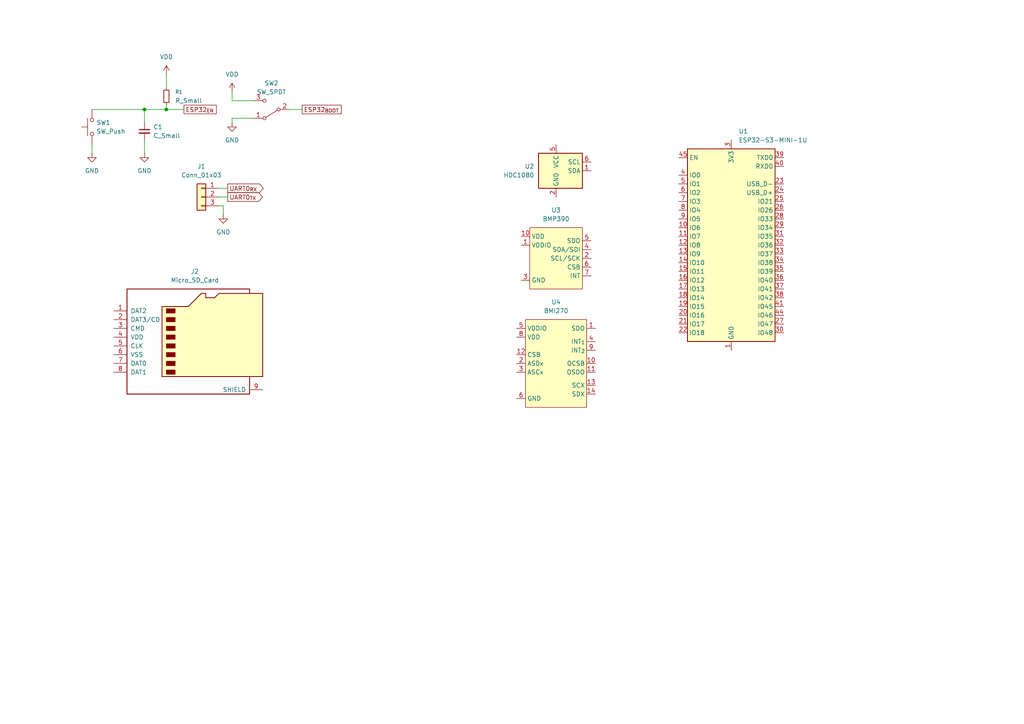
<source format=kicad_sch>
(kicad_sch (version 20250114) (generator "eeschema") (generator_version "9.0")
  (paper "A4")
  (lib_symbols
    (symbol "CompVuelo:BMI270"
      (property "Reference" "U" (at -4.572 8.128 0))
      (property "Value" "BMI270" (at 0 0 0))
      (symbol "BMI270_1_1"
        (rectangle (start -5.08 6.35) (end 12.7 -19.05) (fill (type background)))
        (pin input line (at -7.62 3.81 0) (length 2.54) (name "VDDIO") (number "5"))
        (pin input line (at -7.62 1.27 0) (length 2.54) (name "VDD") (number "8"))
        (pin input line (at -7.62 -3.81 0) (length 2.54) (name "CSB") (number "12"))
        (pin input line (at -7.62 -6.35 0) (length 2.54) (name "ASDx") (number "2"))
        (pin input line (at -7.62 -8.89 0) (length 2.54) (name "ASCx") (number "3"))
        (pin input line (at -7.62 -16.51 0) (length 2.54) (name "GND") (number "6"))
        (pin input line (at 15.24 3.81 180) (length 2.54) (name "SDO") (number "1"))
        (pin input line (at 15.24 0 180) (length 2.54) (name "INT_{1}") (number "4"))
        (pin input line (at 15.24 -2.54 180) (length 2.54) (name "INT_{2}") (number "9"))
        (pin input line (at 15.24 -6.35 180) (length 2.54) (name "OCSB") (number "10"))
        (pin input line (at 15.24 -8.89 180) (length 2.54) (name "OSDO") (number "11"))
        (pin input line (at 15.24 -12.7 180) (length 2.54) (name "SCX") (number "13"))
        (pin input line (at 15.24 -15.24 180) (length 2.54) (name "SDX") (number "14"))
      )
    )
    (symbol "CompVuelo:BMP390"
      (property "Reference" "U" (at 0 12.192 0))
      (property "Value" "BMP390" (at 0 10.16 0))
      (symbol "BMP390_1_1"
        (rectangle (start -7.62 8.89) (end 7.62 -8.89) (fill (type background)))
        (pin input line (at -10.16 6.35 0) (length 2.54) (name "VDD") (number "10"))
        (pin input line (at -10.16 3.81 0) (length 2.54) (name "VDDIO") (number "1"))
        (pin input line (at -10.16 -6.35 0) (length 2.54) (name "GND") (number "3"))
        (pin input line (at 10.16 5.08 180) (length 2.54) (name "SDO") (number "5"))
        (pin input line (at 10.16 2.54 180) (length 2.54) (name "SDA/SDI") (number "4"))
        (pin input line (at 10.16 0 180) (length 2.54) (name "SCL/SCK") (number "2"))
        (pin input line (at 10.16 -2.54 180) (length 2.54) (name "CSB") (number "6"))
        (pin input line (at 10.16 -5.08 180) (length 2.54) (name "INT") (number "7"))
      )
    )
    (symbol "CompVuelo:SW_Push" (pin_numbers (hide yes)) (pin_names (offset 1.016) (hide yes))
      (property "Reference" "SW" (at 1.27 2.54 0))
      (property "Value" "SW_Push" (at 0 -1.524 0))
      (symbol "SW_Push_0_1"
        (circle (center -2.032 0) (radius 0.508))
        (polyline (pts (xy 0 1.27) (xy 0 3.048)))
        (circle (center 2.032 0) (radius 0.508))
        (polyline (pts (xy 2.54 1.27) (xy -2.54 1.27)))
        (pin passive line (at -5.08 0 0) (length 2.54) (name "1") (number "1"))
        (pin passive line (at 5.08 0 180) (length 2.54) (name "2") (number "2"))
      )
    )
    (symbol "CompVuelo:SW_SPDT"
      (property "Reference" "SW" (at 0 1.778 0))
      (property "Value" "SW_SPDT" (at 0 0 0))
      (symbol "SW_SPDT_0_1"
        (circle (center -2.032 -5.08) (radius 0.4572))
        (polyline (pts (xy -1.651 -4.826) (xy 1.651 -2.794)))
        (circle (center 2.032 -2.54) (radius 0.4572))
        (circle (center 2.032 -7.62) (radius 0.4572))
      )
      (symbol "SW_SPDT_1_1"
        (pin passive line (at -5.08 -5.08 0) (length 2.54) (name "") (number "2"))
        (pin passive line (at 5.08 -2.54 180) (length 2.54) (name "") (number "1"))
        (pin passive line (at 5.08 -7.62 180) (length 2.54) (name "") (number "3"))
      )
    )
    (symbol "Connector:Micro_SD_Card" (pin_names (offset 1.016))
      (property "Reference" "J" (at -16.51 15.24 0))
      (property "Value" "Micro_SD_Card" (at 16.51 15.24 0))
      (symbol "Micro_SD_Card_0_1"
        (polyline (pts (xy -8.89 -11.43) (xy -8.89 8.89) (xy -1.27 8.89) (xy 2.54 12.7) (xy 3.81 12.7) (xy 3.81 11.43) (xy 6.35 11.43) (xy 7.62 12.7) (xy 20.32 12.7) (xy 20.32 -11.43) (xy -8.89 -11.43)) (stroke (width 0.254)) (fill (type background)))
        (rectangle (start -7.62 8.255) (end -5.08 6.985) (fill (type outline)))
        (rectangle (start -7.62 5.715) (end -5.08 4.445) (fill (type outline)))
        (rectangle (start -7.62 3.175) (end -5.08 1.905) (fill (type outline)))
        (rectangle (start -7.62 0.635) (end -5.08 -0.635) (fill (type outline)))
        (rectangle (start -7.62 -1.905) (end -5.08 -3.175) (fill (type outline)))
        (rectangle (start -7.62 -4.445) (end -5.08 -5.715) (fill (type outline)))
        (rectangle (start -7.62 -6.985) (end -5.08 -8.255) (fill (type outline)))
        (rectangle (start -7.62 -9.525) (end -5.08 -10.795) (fill (type outline)))
        (polyline (pts (xy 16.51 12.7) (xy 16.51 13.97) (xy -19.05 13.97) (xy -19.05 -16.51) (xy 16.51 -16.51) (xy 16.51 -11.43)) (stroke (width 0.254)))
      )
      (symbol "Micro_SD_Card_1_1"
        (pin bidirectional line (at -22.86 7.62 0) (length 3.81) (name "DAT2") (number "1"))
        (pin bidirectional line (at -22.86 5.08 0) (length 3.81) (name "DAT3/CD") (number "2"))
        (pin input line (at -22.86 2.54 0) (length 3.81) (name "CMD") (number "3"))
        (pin power_in line (at -22.86 0 0) (length 3.81) (name "VDD") (number "4"))
        (pin input line (at -22.86 -2.54 0) (length 3.81) (name "CLK") (number "5"))
        (pin power_in line (at -22.86 -5.08 0) (length 3.81) (name "VSS") (number "6"))
        (pin bidirectional line (at -22.86 -7.62 0) (length 3.81) (name "DAT0") (number "7"))
        (pin bidirectional line (at -22.86 -10.16 0) (length 3.81) (name "DAT1") (number "8"))
        (pin passive line (at 20.32 -15.24 180) (length 3.81) (name "SHIELD") (number "9"))
      )
    )
    (symbol "Connector_Generic:Conn_01x03" (pin_names (offset 1.016) (hide yes))
      (property "Reference" "J" (at 0 5.08 0))
      (property "Value" "Conn_01x03" (at 0 -5.08 0))
      (symbol "Conn_01x03_1_1"
        (rectangle (start -1.27 3.81) (end 1.27 -3.81) (stroke (width 0.254)) (fill (type background)))
        (rectangle (start -1.27 2.667) (end 0 2.413) (stroke (width 0.1524)))
        (rectangle (start -1.27 0.127) (end 0 -0.127) (stroke (width 0.1524)))
        (rectangle (start -1.27 -2.413) (end 0 -2.667) (stroke (width 0.1524)))
        (pin passive line (at -5.08 2.54 0) (length 3.81) (name "Pin_1") (number "1"))
        (pin passive line (at -5.08 0 0) (length 3.81) (name "Pin_2") (number "2"))
        (pin passive line (at -5.08 -2.54 0) (length 3.81) (name "Pin_3") (number "3"))
      )
    )
    (symbol "Device:C_Small" (pin_numbers (hide yes)) (pin_names (offset 0.254) (hide yes))
      (property "Reference" "C" (at 0.254 1.778 0))
      (property "Value" "C_Small" (at 0.254 -2.032 0))
      (symbol "C_Small_0_1"
        (polyline (pts (xy -1.524 0.508) (xy 1.524 0.508)) (stroke (width 0.3048)))
        (polyline (pts (xy -1.524 -0.508) (xy 1.524 -0.508)) (stroke (width 0.3302)))
      )
      (symbol "C_Small_1_1"
        (pin passive line (at 0 2.54 270) (length 2.032) (name "~") (number "1"))
        (pin passive line (at 0 -2.54 90) (length 2.032) (name "~") (number "2"))
      )
    )
    (symbol "Device:R_Small" (pin_numbers (hide yes)) (pin_names (offset 0.254) (hide yes))
      (property "Reference" "R" (at 0 0 90))
      (property "Value" "R_Small" (at 1.778 0 90))
      (symbol "R_Small_0_1"
        (rectangle (start -0.762 1.778) (end 0.762 -1.778) (stroke (width 0.2032)))
      )
      (symbol "R_Small_1_1"
        (pin passive line (at 0 2.54 270) (length 0.762) (name "~") (number "1"))
        (pin passive line (at 0 -2.54 90) (length 0.762) (name "~") (number "2"))
      )
    )
    (symbol "RF_Module:ESP32-S3-MINI-1U"
      (property "Reference" "U" (at -11.43 29.21 0))
      (property "Value" "ESP32-S3-MINI-1U" (at 12.7 29.21 0))
      (symbol "ESP32-S3-MINI-1U_0_1"
        (rectangle (start -12.7 27.94) (end 12.7 -27.94) (stroke (width 0.254)) (fill (type background)))
      )
      (symbol "ESP32-S3-MINI-1U_1_1"
        (pin input line (at -15.24 25.4 0) (length 2.54) (name "EN") (number "45"))
        (pin bidirectional line (at -15.24 20.32 0) (length 2.54) (name "IO0") (number "4"))
        (pin bidirectional line (at -15.24 17.78 0) (length 2.54) (name "IO1") (number "5"))
        (pin bidirectional line (at -15.24 15.24 0) (length 2.54) (name "IO2") (number "6"))
        (pin bidirectional line (at -15.24 12.7 0) (length 2.54) (name "IO3") (number "7"))
        (pin bidirectional line (at -15.24 10.16 0) (length 2.54) (name "IO4") (number "8"))
        (pin bidirectional line (at -15.24 7.62 0) (length 2.54) (name "IO5") (number "9"))
        (pin bidirectional line (at -15.24 5.08 0) (length 2.54) (name "IO6") (number "10"))
        (pin bidirectional line (at -15.24 2.54 0) (length 2.54) (name "IO7") (number "11"))
        (pin bidirectional line (at -15.24 0 0) (length 2.54) (name "IO8") (number "12"))
        (pin bidirectional line (at -15.24 -2.54 0) (length 2.54) (name "IO9") (number "13"))
        (pin bidirectional line (at -15.24 -5.08 0) (length 2.54) (name "IO10") (number "14"))
        (pin bidirectional line (at -15.24 -7.62 0) (length 2.54) (name "IO11") (number "15"))
        (pin bidirectional line (at -15.24 -10.16 0) (length 2.54) (name "IO12") (number "16"))
        (pin bidirectional line (at -15.24 -12.7 0) (length 2.54) (name "IO13") (number "17"))
        (pin bidirectional line (at -15.24 -15.24 0) (length 2.54) (name "IO14") (number "18"))
        (pin bidirectional line (at -15.24 -17.78 0) (length 2.54) (name "IO15") (number "19"))
        (pin bidirectional line (at -15.24 -20.32 0) (length 2.54) (name "IO16") (number "20"))
        (pin bidirectional line (at -15.24 -22.86 0) (length 2.54) (name "IO17") (number "21"))
        (pin bidirectional line (at -15.24 -25.4 0) (length 2.54) (name "IO18") (number "22"))
        (pin power_in line (at 0 30.48 270) (length 2.54) (name "3V3") (number "3"))
        (pin power_in line (at 0 -30.48 90) (length 2.54) (name "GND") (number "1"))
        (pin passive line (at 0 -30.48 90) (length 2.54) (hide yes) (name "GND") (number "2"))
        (pin passive line (at 0 -30.48 90) (length 2.54) (hide yes) (name "GND") (number "42"))
        (pin passive line (at 0 -30.48 90) (length 2.54) (hide yes) (name "GND") (number "43"))
        (pin passive line (at 0 -30.48 90) (length 2.54) (hide yes) (name "GND") (number "46"))
        (pin passive line (at 0 -30.48 90) (length 2.54) (hide yes) (name "GND") (number "47"))
        (pin passive line (at 0 -30.48 90) (length 2.54) (hide yes) (name "GND") (number "48"))
        (pin passive line (at 0 -30.48 90) (length 2.54) (hide yes) (name "GND") (number "49"))
        (pin passive line (at 0 -30.48 90) (length 2.54) (hide yes) (name "GND") (number "50"))
        (pin passive line (at 0 -30.48 90) (length 2.54) (hide yes) (name "GND") (number "51"))
        (pin passive line (at 0 -30.48 90) (length 2.54) (hide yes) (name "GND") (number "52"))
        (pin passive line (at 0 -30.48 90) (length 2.54) (hide yes) (name "GND") (number "53"))
        (pin passive line (at 0 -30.48 90) (length 2.54) (hide yes) (name "GND") (number "54"))
        (pin passive line (at 0 -30.48 90) (length 2.54) (hide yes) (name "GND") (number "55"))
        (pin passive line (at 0 -30.48 90) (length 2.54) (hide yes) (name "GND") (number "56"))
        (pin passive line (at 0 -30.48 90) (length 2.54) (hide yes) (name "GND") (number "57"))
        (pin passive line (at 0 -30.48 90) (length 2.54) (hide yes) (name "GND") (number "58"))
        (pin passive line (at 0 -30.48 90) (length 2.54) (hide yes) (name "GND") (number "59"))
        (pin passive line (at 0 -30.48 90) (length 2.54) (hide yes) (name "GND") (number "60"))
        (pin passive line (at 0 -30.48 90) (length 2.54) (hide yes) (name "GND") (number "61"))
        (pin passive line (at 0 -30.48 90) (length 2.54) (hide yes) (name "GND") (number "62"))
        (pin passive line (at 0 -30.48 90) (length 2.54) (hide yes) (name "GND") (number "63"))
        (pin passive line (at 0 -30.48 90) (length 2.54) (hide yes) (name "GND") (number "64"))
        (pin passive line (at 0 -30.48 90) (length 2.54) (hide yes) (name "GND") (number "65"))
        (pin bidirectional line (at 15.24 25.4 180) (length 2.54) (name "TXD0") (number "39"))
        (pin bidirectional line (at 15.24 22.86 180) (length 2.54) (name "RXD0") (number "40"))
        (pin bidirectional line (at 15.24 17.78 180) (length 2.54) (name "USB_D-") (number "23"))
        (pin bidirectional line (at 15.24 15.24 180) (length 2.54) (name "USB_D+") (number "24"))
        (pin bidirectional line (at 15.24 12.7 180) (length 2.54) (name "IO21") (number "25"))
        (pin bidirectional line (at 15.24 10.16 180) (length 2.54) (name "IO26") (number "26"))
        (pin bidirectional line (at 15.24 7.62 180) (length 2.54) (name "IO33") (number "28"))
        (pin bidirectional line (at 15.24 5.08 180) (length 2.54) (name "IO34") (number "29"))
        (pin bidirectional line (at 15.24 2.54 180) (length 2.54) (name "IO35") (number "31"))
        (pin bidirectional line (at 15.24 0 180) (length 2.54) (name "IO36") (number "32"))
        (pin bidirectional line (at 15.24 -2.54 180) (length 2.54) (name "IO37") (number "33"))
        (pin bidirectional line (at 15.24 -5.08 180) (length 2.54) (name "IO38") (number "34"))
        (pin bidirectional line (at 15.24 -7.62 180) (length 2.54) (name "IO39") (number "35"))
        (pin bidirectional line (at 15.24 -10.16 180) (length 2.54) (name "IO40") (number "36"))
        (pin bidirectional line (at 15.24 -12.7 180) (length 2.54) (name "IO41") (number "37"))
        (pin bidirectional line (at 15.24 -15.24 180) (length 2.54) (name "IO42") (number "38"))
        (pin bidirectional line (at 15.24 -17.78 180) (length 2.54) (name "IO45") (number "41"))
        (pin bidirectional line (at 15.24 -20.32 180) (length 2.54) (name "IO46") (number "44"))
        (pin bidirectional line (at 15.24 -22.86 180) (length 2.54) (name "IO47") (number "27"))
        (pin bidirectional line (at 15.24 -25.4 180) (length 2.54) (name "IO48") (number "30"))
      )
    )
    (symbol "Sensor_Humidity:HDC1080"
      (property "Reference" "U" (at -6.35 6.35 0))
      (property "Value" "HDC1080" (at 3.81 6.35 0))
      (symbol "HDC1080_0_1"
        (rectangle (start -7.62 5.08) (end 5.08 -5.08) (stroke (width 0.254)) (fill (type background)))
      )
      (symbol "HDC1080_1_1"
        (pin no_connect line (at -7.62 2.54 0) (length 2.54) (hide yes) (name "DAP") (number "7"))
        (pin no_connect line (at -7.62 0 0) (length 2.54) (hide yes) (name "NC") (number "3"))
        (pin no_connect line (at -7.62 -2.54 0) (length 2.54) (hide yes) (name "NC") (number "4"))
        (pin power_in line (at -2.54 7.62 270) (length 2.54) (name "VCC") (number "5"))
        (pin power_in line (at -2.54 -7.62 90) (length 2.54) (name "GND") (number "2"))
        (pin input line (at 7.62 2.54 180) (length 2.54) (name "SCL") (number "6"))
        (pin bidirectional line (at 7.62 0 180) (length 2.54) (name "SDA") (number "1"))
      )
    )
    (symbol "power:GND" (power) (pin_numbers (hide yes)) (pin_names (offset 0) (hide yes))
      (property "Value" "GND" (at 0 -3.81 0))
      (symbol "GND_0_1"
        (polyline (pts (xy 0 0) (xy 0 -1.27) (xy 1.27 -1.27) (xy 0 -2.54) (xy -1.27 -1.27) (xy 0 -1.27)))
      )
      (symbol "GND_1_1"
        (pin power_in line (at 0 0 270) (length 0) (name "~") (number "1"))
      )
    )
    (symbol "power:VDD" (power) (pin_numbers (hide yes)) (pin_names (offset 0) (hide yes))
      (property "Value" "VDD" (at 0 3.556 0))
      (symbol "VDD_0_1"
        (polyline (pts (xy -0.762 1.27) (xy 0 2.54)))
        (polyline (pts (xy 0 2.54) (xy 0.762 1.27)))
        (polyline (pts (xy 0 0) (xy 0 2.54)))
      )
      (symbol "VDD_1_1"
        (pin power_in line (at 0 0 90) (length 0) (name "~") (number "1"))
      )
    )
  )
  (junction (at 41.91 31.75))
  (junction (at 48.26 31.75))
  (wire (pts (xy 41.91 31.75) (xy 48.26 31.75)))
  (wire (pts (xy 63.5 57.15) (xy 66.04 57.15)))
  (wire (pts (xy 64.77 62.23) (xy 64.77 59.69)))
  (wire (pts (xy 67.31 35.56) (xy 67.31 34.29)))
  (wire (pts (xy 67.31 26.67) (xy 67.31 29.21)))
  (wire (pts (xy 41.91 31.75) (xy 41.91 35.56)))
  (wire (pts (xy 41.91 44.45) (xy 41.91 40.64)))
  (wire (pts (xy 64.77 59.69) (xy 63.5 59.69)))
  (wire (pts (xy 26.67 31.75) (xy 41.91 31.75)))
  (wire (pts (xy 26.67 44.45) (xy 26.67 41.91)))
  (wire (pts (xy 66.04 54.61) (xy 63.5 54.61)))
  (wire (pts (xy 67.31 29.21) (xy 73.66 29.21)))
  (wire (pts (xy 48.26 31.75) (xy 53.34 31.75)))
  (wire (pts (xy 48.26 21.59) (xy 48.26 25.4)))
  (wire (pts (xy 48.26 31.75) (xy 48.26 30.48)))
  (wire (pts (xy 67.31 34.29) (xy 73.66 34.29)))
  (wire (pts (xy 87.63 31.75) (xy 83.82 31.75)))
  (global_label "UART0_{TX}" (shape output) (at 66.04 57.15 0) (property "Intersheetrefs" "${INTERSHEET_REFS}" (effects (hide yes))))
  (global_label "ESP32_{EN}" (shape passive) (at 53.34 31.75 0) (property "Intersheetrefs" "${INTERSHEET_REFS}" (effects (hide yes))))
  (global_label "ESP32_{BOOT}" (shape passive) (at 87.63 31.75 0) (property "Intersheetrefs" "${INTERSHEET_REFS}" (effects (hide yes))))
  (global_label "UART0_{RX}" (shape output) (at 66.04 54.61 0) (property "Intersheetrefs" "${INTERSHEET_REFS}" (effects (hide yes))))
  (symbol (lib_id "Device:R_Small") (at 48.26 27.94 0) (unit 1)
    (property "Reference" "R1" (at 50.8 26.6699 0) (effects (font (size 1.016 1.016)) (justify left)))
    (property "Value" "R_Small" (at 50.8 29.2099 0) (effects (justify left)))
    (property "Description" "Resistor, small symbol" (effects (hide yes)))
  )
  (symbol (lib_id "power:VDD") (at 67.31 26.67 0) (unit 1)
    (property "Reference" "#PWR04" (effects (hide yes)))
    (property "Value" "VDD" (at 67.31 21.59 0))
    (property "Description" "Power symbol creates a global label with name \"VDD\"" (effects (hide yes)))
  )
  (symbol (lib_id "Sensor_Humidity:HDC1080") (at 163.83 49.53 0) (unit 1)
    (property "Reference" "U2" (at 154.94 48.2599 0) (effects (justify right)))
    (property "Value" "HDC1080" (at 154.94 50.7999 0) (effects (justify right)))
    (property "Footprint" "Package_SON:Texas_PWSON-N6" (effects (hide yes)))
    (property "Datasheet" "http://www.ti.com/lit/ds/symlink/hdc1080.pdf" (effects (hide yes)))
    (property "Description" "Low Power,High Accuracy Digital Humidity Sensor with Temperature Sensor" (effects (hide yes)))
  )
  (symbol (lib_id "power:GND") (at 64.77 62.23 0) (unit 1)
    (property "Reference" "#PWR06" (effects (hide yes)))
    (property "Value" "GND" (at 64.77 67.31 0))
    (property "Description" "Power symbol creates a global label with name \"GND\" , ground" (effects (hide yes)))
  )
  (symbol (lib_id "Device:C_Small") (at 41.91 38.1 0) (unit 1)
    (property "Reference" "C1" (at 44.45 36.8362 0) (effects (justify left)))
    (property "Value" "C_Small" (at 44.45 39.3762 0) (effects (justify left)))
    (property "Description" "Unpolarized capacitor, small symbol" (effects (hide yes)))
  )
  (symbol (lib_id "CompVuelo:SW_SPDT") (at 78.74 36.83 180) (unit 1)
    (property "Reference" "SW2" (at 78.74 24.13 0))
    (property "Value" "SW_SPDT" (at 78.74 26.67 0))
    (property "Footprint" "CompVuelo:SWSPDT" (effects (hide yes)))
    (property "Datasheet" "https://www.lcsc.com/datasheet/C19189120.pdf" (effects (hide yes)))
  )
  (symbol (lib_id "power:GND") (at 41.91 44.45 0) (unit 1)
    (property "Reference" "#PWR02" (effects (hide yes)))
    (property "Value" "GND" (at 41.91 49.53 0))
    (property "Description" "Power symbol creates a global label with name \"GND\" , ground" (effects (hide yes)))
  )
  (symbol (lib_id "RF_Module:ESP32-S3-MINI-1U") (at 212.09 71.12 0) (unit 1)
    (property "Reference" "U1" (at 214.2333 38.1 0) (effects (justify left)))
    (property "Value" "ESP32-S3-MINI-1U" (at 214.2333 40.64 0) (effects (justify left)))
    (property "Footprint" "RF_Module:ESP32-S2-MINI-1U" (effects (hide yes)))
    (property "Datasheet" "https://www.espressif.com/sites/default/files/documentation/esp32-s3-mini-1_mini-1u_datasheet_en.pdf" (effects (hide yes)))
    (property "Description" "RF Module, ESP32-S3 SoC, Wi-Fi 802.11b/g/n, Bluetooth, BLE, 32-bit, 3.3V, SMD, external antenna" (effects (hide yes)))
  )
  (symbol (lib_id "power:GND") (at 26.67 44.45 0) (unit 1)
    (property "Reference" "#PWR01" (effects (hide yes)))
    (property "Value" "GND" (at 26.67 49.53 0))
    (property "Description" "Power symbol creates a global label with name \"GND\" , ground" (effects (hide yes)))
  )
  (symbol (lib_id "CompVuelo:BMP390") (at 161.29 74.93 0) (unit 1)
    (property "Reference" "U3" (at 161.29 60.96 0))
    (property "Value" "BMP390" (at 161.29 63.5 0))
    (property "Footprint" "CompVuelo:XDCR_BMP390L" (effects (hide yes)))
    (property "Datasheet" "https://www.bosch-sensortec.com/media/boschsensortec/downloads/datasheets/bst-bmp390-ds002.pdf" (effects (hide yes)))
    (property "Description" "The BMP390 is a digital sensor with pressure and temperature measurement based on proven sensing principles." (effects (hide yes)))
  )
  (symbol (lib_id "CompVuelo:SW_Push") (at 26.67 36.83 90) (unit 1)
    (property "Reference" "SW1" (at 27.94 35.5599 90) (effects (justify right)))
    (property "Value" "SW_Push" (at 27.94 38.0999 90) (effects (justify right)))
    (property "Footprint" "CompVuelo:SW_Push" (effects (hide yes)))
    (property "Description" "Push button switch, generic, two pins" (effects (hide yes)))
  )
  (symbol (lib_id "Connector_Generic:Conn_01x03") (at 58.42 57.15 0) (mirror y) (unit 1)
    (property "Reference" "J1" (at 58.42 48.26 0))
    (property "Value" "Conn_01x03" (at 58.42 50.8 0))
    (property "Description" "Generic connector, single row, 01x03, script generated (kicad-library-utils/schlib/autogen/connector/)" (effects (hide yes)))
  )
  (symbol (lib_id "CompVuelo:BMI270") (at 157.48 99.06 0) (unit 1)
    (property "Reference" "U4" (at 161.29 87.63 0))
    (property "Value" "BMI270" (at 161.29 90.17 0))
    (property "Footprint" "CompVuelo:XDCR_BMI270" (effects (hide yes)))
    (property "Datasheet" "https://www.bosch-sensortec.com/media/boschsensortec/downloads/datasheets/bst-bmi270-ds000.pdf" (effects (hide yes)))
    (property "Description" "The device is a highly integrated, low power inertial measurement unit (IMU) that combines precise acceleration and angular rate (gyroscopic) measurement with intelligent on-chip motion-triggered interrupt features." (effects (hide yes)))
  )
  (symbol (lib_id "power:GND") (at 67.31 35.56 0) (unit 1)
    (property "Reference" "#PWR05" (effects (hide yes)))
    (property "Value" "GND" (at 67.31 40.64 0))
    (property "Description" "Power symbol creates a global label with name \"GND\" , ground" (effects (hide yes)))
  )
  (symbol (lib_id "Connector:Micro_SD_Card") (at 55.88 97.79 0) (unit 1)
    (property "Reference" "J2" (at 56.515 78.74 0))
    (property "Value" "Micro_SD_Card" (at 56.515 81.28 0))
    (property "Footprint" "Connector_Card:microSD_HC_Molex_47219-2001" (effects (hide yes)))
    (property "Datasheet" "https://www.we-online.com/components/products/datasheet/693072010801.pdf" (effects (hide yes)))
    (property "Description" "Micro SD Card Socket" (effects (hide yes)))
  )
  (symbol (lib_id "power:VDD") (at 48.26 21.59 0) (unit 1)
    (property "Reference" "#PWR03" (effects (hide yes)))
    (property "Value" "VDD" (at 48.26 16.51 0))
    (property "Description" "Power symbol creates a global label with name \"VDD\"" (effects (hide yes)))
  )
)
</source>
